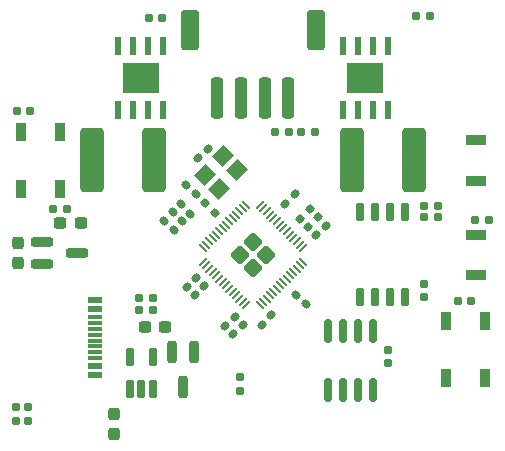
<source format=gbr>
%TF.GenerationSoftware,KiCad,Pcbnew,8.0.8*%
%TF.CreationDate,2025-02-17T00:55:54-08:00*%
%TF.ProjectId,Integrated FOC Stepper Driver,496e7465-6772-4617-9465-6420464f4320,rev?*%
%TF.SameCoordinates,Original*%
%TF.FileFunction,Paste,Top*%
%TF.FilePolarity,Positive*%
%FSLAX46Y46*%
G04 Gerber Fmt 4.6, Leading zero omitted, Abs format (unit mm)*
G04 Created by KiCad (PCBNEW 8.0.8) date 2025-02-17 00:55:54*
%MOMM*%
%LPD*%
G01*
G04 APERTURE LIST*
G04 Aperture macros list*
%AMRoundRect*
0 Rectangle with rounded corners*
0 $1 Rounding radius*
0 $2 $3 $4 $5 $6 $7 $8 $9 X,Y pos of 4 corners*
0 Add a 4 corners polygon primitive as box body*
4,1,4,$2,$3,$4,$5,$6,$7,$8,$9,$2,$3,0*
0 Add four circle primitives for the rounded corners*
1,1,$1+$1,$2,$3*
1,1,$1+$1,$4,$5*
1,1,$1+$1,$6,$7*
1,1,$1+$1,$8,$9*
0 Add four rect primitives between the rounded corners*
20,1,$1+$1,$2,$3,$4,$5,0*
20,1,$1+$1,$4,$5,$6,$7,0*
20,1,$1+$1,$6,$7,$8,$9,0*
20,1,$1+$1,$8,$9,$2,$3,0*%
%AMRotRect*
0 Rectangle, with rotation*
0 The origin of the aperture is its center*
0 $1 length*
0 $2 width*
0 $3 Rotation angle, in degrees counterclockwise*
0 Add horizontal line*
21,1,$1,$2,0,0,$3*%
G04 Aperture macros list end*
%ADD10RoundRect,0.155000X-0.040659X-0.259862X0.259862X0.040659X0.040659X0.259862X-0.259862X-0.040659X0*%
%ADD11RoundRect,0.155000X0.040659X0.259862X-0.259862X-0.040659X-0.040659X-0.259862X0.259862X0.040659X0*%
%ADD12RoundRect,0.160000X-0.197500X-0.160000X0.197500X-0.160000X0.197500X0.160000X-0.197500X0.160000X0*%
%ADD13RoundRect,0.160000X-0.026517X-0.252791X0.252791X0.026517X0.026517X0.252791X-0.252791X-0.026517X0*%
%ADD14RoundRect,0.160000X-0.160000X0.197500X-0.160000X-0.197500X0.160000X-0.197500X0.160000X0.197500X0*%
%ADD15RoundRect,0.090000X-0.360000X0.660000X-0.360000X-0.660000X0.360000X-0.660000X0.360000X0.660000X0*%
%ADD16RoundRect,0.160000X0.197500X0.160000X-0.197500X0.160000X-0.197500X-0.160000X0.197500X-0.160000X0*%
%ADD17RoundRect,0.150000X-0.150000X0.650000X-0.150000X-0.650000X0.150000X-0.650000X0.150000X0.650000X0*%
%ADD18RoundRect,0.237500X-0.237500X0.300000X-0.237500X-0.300000X0.237500X-0.300000X0.237500X0.300000X0*%
%ADD19RoundRect,0.155000X0.212500X0.155000X-0.212500X0.155000X-0.212500X-0.155000X0.212500X-0.155000X0*%
%ADD20RoundRect,0.155000X-0.259862X0.040659X0.040659X-0.259862X0.259862X-0.040659X-0.040659X0.259862X0*%
%ADD21RoundRect,0.249999X0.737501X2.450001X-0.737501X2.450001X-0.737501X-2.450001X0.737501X-2.450001X0*%
%ADD22RoundRect,0.250000X0.250000X1.500000X-0.250000X1.500000X-0.250000X-1.500000X0.250000X-1.500000X0*%
%ADD23RoundRect,0.250001X0.499999X1.449999X-0.499999X1.449999X-0.499999X-1.449999X0.499999X-1.449999X0*%
%ADD24RotRect,1.400000X1.200000X45.000000*%
%ADD25RoundRect,0.237500X-0.300000X-0.237500X0.300000X-0.237500X0.300000X0.237500X-0.300000X0.237500X0*%
%ADD26RoundRect,0.155000X0.155000X-0.212500X0.155000X0.212500X-0.155000X0.212500X-0.155000X-0.212500X0*%
%ADD27RoundRect,0.200000X-0.200000X0.750000X-0.200000X-0.750000X0.200000X-0.750000X0.200000X0.750000X0*%
%ADD28RoundRect,0.200000X-0.750000X-0.200000X0.750000X-0.200000X0.750000X0.200000X-0.750000X0.200000X0*%
%ADD29R,1.700000X0.900000*%
%ADD30RoundRect,0.237500X0.237500X-0.300000X0.237500X0.300000X-0.237500X0.300000X-0.237500X-0.300000X0*%
%ADD31RoundRect,0.155000X-0.212500X-0.155000X0.212500X-0.155000X0.212500X0.155000X-0.212500X0.155000X0*%
%ADD32RoundRect,0.160000X0.160000X-0.197500X0.160000X0.197500X-0.160000X0.197500X-0.160000X-0.197500X0*%
%ADD33RoundRect,0.150000X-0.150000X0.825000X-0.150000X-0.825000X0.150000X-0.825000X0.150000X0.825000X0*%
%ADD34RoundRect,0.160000X-0.252791X0.026517X0.026517X-0.252791X0.252791X-0.026517X-0.026517X0.252791X0*%
%ADD35R,1.240000X0.600000*%
%ADD36R,1.240000X0.300000*%
%ADD37RoundRect,0.155000X0.259862X-0.040659X-0.040659X0.259862X-0.259862X0.040659X0.040659X-0.259862X0*%
%ADD38R,3.100000X2.600000*%
%ADD39R,0.600000X1.550000*%
%ADD40RoundRect,0.237500X0.300000X0.237500X-0.300000X0.237500X-0.300000X-0.237500X0.300000X-0.237500X0*%
%ADD41RoundRect,0.249999X-0.737501X-2.450001X0.737501X-2.450001X0.737501X2.450001X-0.737501X2.450001X0*%
%ADD42RoundRect,0.162500X0.162500X-0.617500X0.162500X0.617500X-0.162500X0.617500X-0.162500X-0.617500X0*%
%ADD43RoundRect,0.155000X-0.155000X0.212500X-0.155000X-0.212500X0.155000X-0.212500X0.155000X0.212500X0*%
%ADD44RoundRect,0.249999X0.000000X0.558616X-0.558616X0.000000X0.000000X-0.558616X0.558616X0.000000X0*%
%ADD45RoundRect,0.050000X0.238649X0.309359X-0.309359X-0.238649X-0.238649X-0.309359X0.309359X0.238649X0*%
%ADD46RoundRect,0.050000X-0.238649X0.309359X-0.309359X0.238649X0.238649X-0.309359X0.309359X-0.238649X0*%
G04 APERTURE END LIST*
D10*
%TO.C,C18*%
X45373717Y-41826283D03*
X46176283Y-41023717D03*
%TD*%
D11*
%TO.C,C10*%
X53526283Y-44873717D03*
X52723717Y-45676283D03*
%TD*%
D12*
%TO.C,R1*%
X33052500Y-46075000D03*
X34247500Y-46075000D03*
%TD*%
D11*
%TO.C,C20*%
X51551283Y-55098717D03*
X50748717Y-55901283D03*
%TD*%
D13*
%TO.C,R11*%
X54630008Y-47594992D03*
X55475000Y-46750000D03*
%TD*%
D14*
%TO.C,R2*%
X30925000Y-62852500D03*
X30925000Y-64047500D03*
%TD*%
D12*
%TO.C,R8*%
X64502500Y-46775000D03*
X65697500Y-46775000D03*
%TD*%
D15*
%TO.C,D2*%
X69650000Y-55550000D03*
X66350000Y-55550000D03*
X66350000Y-60450000D03*
X69650000Y-60450000D03*
%TD*%
D16*
%TO.C,R7*%
X65697500Y-45825000D03*
X64502500Y-45825000D03*
%TD*%
D17*
%TO.C,U4*%
X62905000Y-46400000D03*
X61635000Y-46400000D03*
X60365000Y-46400000D03*
X59095000Y-46400000D03*
X59095000Y-53600000D03*
X60365000Y-53600000D03*
X61635000Y-53600000D03*
X62905000Y-53600000D03*
%TD*%
D10*
%TO.C,C7*%
X48323717Y-56726283D03*
X49126283Y-55923717D03*
%TD*%
D18*
%TO.C,C1*%
X38275000Y-63425000D03*
X38275000Y-65150000D03*
%TD*%
D19*
%TO.C,C25*%
X42300000Y-29900000D03*
X41165000Y-29900000D03*
%TD*%
D16*
%TO.C,R6*%
X41525000Y-53675000D03*
X40330000Y-53675000D03*
%TD*%
D20*
%TO.C,C15*%
X43881217Y-45698717D03*
X44683783Y-46501283D03*
%TD*%
D14*
%TO.C,R3*%
X29925000Y-62852500D03*
X29925000Y-64047500D03*
%TD*%
D21*
%TO.C,C22*%
X63637500Y-42000000D03*
X58362500Y-42000000D03*
%TD*%
D22*
%TO.C,J4*%
X53000000Y-36725000D03*
X51000000Y-36725000D03*
X49000000Y-36725000D03*
X47000000Y-36725000D03*
D23*
X55350000Y-30975000D03*
X44650000Y-30975000D03*
%TD*%
D24*
%TO.C,Y1*%
X47123223Y-44403858D03*
X48678858Y-42848223D03*
X47476777Y-41646142D03*
X45921142Y-43201777D03*
%TD*%
D25*
%TO.C,C4*%
X40850000Y-56100000D03*
X42575000Y-56100000D03*
%TD*%
D26*
%TO.C,C17*%
X64450000Y-53560000D03*
X64450000Y-52425000D03*
%TD*%
D12*
%TO.C,R5*%
X40330000Y-54675000D03*
X41525000Y-54675000D03*
%TD*%
D20*
%TO.C,C19*%
X44372434Y-44047434D03*
X45175000Y-44850000D03*
%TD*%
D10*
%TO.C,C8*%
X44398717Y-52726283D03*
X45201283Y-51923717D03*
%TD*%
D11*
%TO.C,C13*%
X56151283Y-47523717D03*
X55348717Y-48326283D03*
%TD*%
D27*
%TO.C,D3*%
X45050000Y-58175000D03*
X43150000Y-58175000D03*
X44100000Y-61175000D03*
%TD*%
D28*
%TO.C,U2*%
X32100000Y-48875000D03*
X32100000Y-50775000D03*
X35100000Y-49825000D03*
%TD*%
D29*
%TO.C,SW2*%
X68875000Y-51700000D03*
X68875000Y-48300000D03*
%TD*%
D20*
%TO.C,C9*%
X42473717Y-47123717D03*
X43276283Y-47926283D03*
%TD*%
D30*
%TO.C,C5*%
X30100000Y-50700000D03*
X30100000Y-48975000D03*
%TD*%
D31*
%TO.C,C24*%
X63832500Y-29750000D03*
X64967500Y-29750000D03*
%TD*%
D10*
%TO.C,C12*%
X45073717Y-53401283D03*
X45876283Y-52598717D03*
%TD*%
D32*
%TO.C,R10*%
X48900000Y-61522500D03*
X48900000Y-60327500D03*
%TD*%
D13*
%TO.C,R12*%
X53952504Y-46922496D03*
X54797496Y-46077504D03*
%TD*%
D33*
%TO.C,U5*%
X60155000Y-56475000D03*
X58885000Y-56475000D03*
X57615000Y-56475000D03*
X56345000Y-56475000D03*
X56345000Y-61425000D03*
X57615000Y-61425000D03*
X58885000Y-61425000D03*
X60155000Y-61425000D03*
%TD*%
D12*
%TO.C,R14*%
X51827500Y-39575000D03*
X53022500Y-39575000D03*
%TD*%
D19*
%TO.C,C3*%
X31135000Y-37800000D03*
X30000000Y-37800000D03*
%TD*%
D34*
%TO.C,R9*%
X45902504Y-45577504D03*
X46747496Y-46422496D03*
%TD*%
D35*
%TO.C,J2*%
X36600000Y-53800000D03*
X36600000Y-54600000D03*
D36*
X36600000Y-55750000D03*
X36600000Y-56750000D03*
X36600000Y-57250000D03*
X36600000Y-58250000D03*
D35*
X36600000Y-59400000D03*
X36600000Y-60200000D03*
X36600000Y-60200000D03*
X36600000Y-59400000D03*
D36*
X36600000Y-58750000D03*
X36600000Y-57750000D03*
X36600000Y-56250000D03*
X36600000Y-55250000D03*
D35*
X36600000Y-54600000D03*
X36600000Y-53800000D03*
%TD*%
D37*
%TO.C,C16*%
X54476283Y-54176283D03*
X53673717Y-53373717D03*
%TD*%
D16*
%TO.C,R4*%
X70020000Y-47075000D03*
X68825000Y-47075000D03*
%TD*%
D29*
%TO.C,SW1*%
X68875000Y-40300000D03*
X68875000Y-43700000D03*
%TD*%
D15*
%TO.C,D1*%
X33650000Y-39550000D03*
X30350000Y-39550000D03*
X30350000Y-44450000D03*
X33650000Y-44450000D03*
%TD*%
D20*
%TO.C,C14*%
X43223717Y-46348717D03*
X44026283Y-47151283D03*
%TD*%
D38*
%TO.C,U7*%
X59500000Y-35000000D03*
D39*
X57595000Y-37700000D03*
X58865000Y-37700000D03*
X60135000Y-37700000D03*
X61405000Y-37700000D03*
X61405000Y-32300000D03*
X60135000Y-32300000D03*
X58865000Y-32300000D03*
X57595000Y-32300000D03*
%TD*%
D40*
%TO.C,C2*%
X35412500Y-47275000D03*
X33687500Y-47275000D03*
%TD*%
D38*
%TO.C,U8*%
X40500000Y-35000000D03*
D39*
X38595000Y-37700000D03*
X39865000Y-37700000D03*
X41135000Y-37700000D03*
X42405000Y-37700000D03*
X42405000Y-32300000D03*
X41135000Y-32300000D03*
X39865000Y-32300000D03*
X38595000Y-32300000D03*
%TD*%
D10*
%TO.C,C11*%
X47648717Y-56051283D03*
X48451283Y-55248717D03*
%TD*%
D41*
%TO.C,C23*%
X36362500Y-42000000D03*
X41637500Y-42000000D03*
%TD*%
D42*
%TO.C,U1*%
X39600000Y-61350000D03*
X40550000Y-61350000D03*
X41500000Y-61350000D03*
X41500000Y-58650000D03*
X39600000Y-58650000D03*
%TD*%
D19*
%TO.C,C6*%
X68492500Y-53875000D03*
X67357500Y-53875000D03*
%TD*%
D43*
%TO.C,C21*%
X61475000Y-58032500D03*
X61475000Y-59167500D03*
%TD*%
D44*
%TO.C,U3*%
X51131371Y-50000000D03*
X50000000Y-48868629D03*
X50000000Y-51131371D03*
X48868629Y-50000000D03*
D45*
X54269157Y-49407798D03*
X53986314Y-49124955D03*
X53703472Y-48842113D03*
X53420629Y-48559270D03*
X53137786Y-48276427D03*
X52854944Y-47993585D03*
X52572101Y-47710742D03*
X52289258Y-47427899D03*
X52006415Y-47145056D03*
X51723573Y-46862214D03*
X51440730Y-46579371D03*
X51157887Y-46296528D03*
X50875045Y-46013686D03*
X50592202Y-45730843D03*
D46*
X49407798Y-45730843D03*
X49124955Y-46013686D03*
X48842113Y-46296528D03*
X48559270Y-46579371D03*
X48276427Y-46862214D03*
X47993585Y-47145056D03*
X47710742Y-47427899D03*
X47427899Y-47710742D03*
X47145056Y-47993585D03*
X46862214Y-48276427D03*
X46579371Y-48559270D03*
X46296528Y-48842113D03*
X46013686Y-49124955D03*
X45730843Y-49407798D03*
D45*
X45730843Y-50592202D03*
X46013686Y-50875045D03*
X46296528Y-51157887D03*
X46579371Y-51440730D03*
X46862214Y-51723573D03*
X47145056Y-52006415D03*
X47427899Y-52289258D03*
X47710742Y-52572101D03*
X47993585Y-52854944D03*
X48276427Y-53137786D03*
X48559270Y-53420629D03*
X48842113Y-53703472D03*
X49124955Y-53986314D03*
X49407798Y-54269157D03*
D46*
X50592202Y-54269157D03*
X50875045Y-53986314D03*
X51157887Y-53703472D03*
X51440730Y-53420629D03*
X51723573Y-53137786D03*
X52006415Y-52854944D03*
X52289258Y-52572101D03*
X52572101Y-52289258D03*
X52854944Y-52006415D03*
X53137786Y-51723573D03*
X53420629Y-51440730D03*
X53703472Y-51157887D03*
X53986314Y-50875045D03*
X54269157Y-50592202D03*
%TD*%
D16*
%TO.C,R13*%
X55272500Y-39575000D03*
X54077500Y-39575000D03*
%TD*%
M02*

</source>
